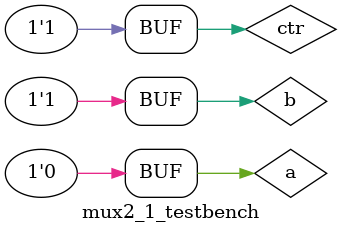
<source format=v>
`define DELAY 20
module mux2_1_testbench();

reg a, b;
reg ctr;
wire res;

mux2_1 mux(res,ctr,a,b);

initial begin
a = 1'b0; b = 1'b1; ctr = 1'b0;
#`DELAY;
a = 1'b0; b = 1'b1; ctr = 1'b1;
end

initial begin
$monitor("time=%2d, a= %1b, b= %1b, ctr= %1b, res= %1b", $time, a, b, ctr, res);
end

endmodule

</source>
